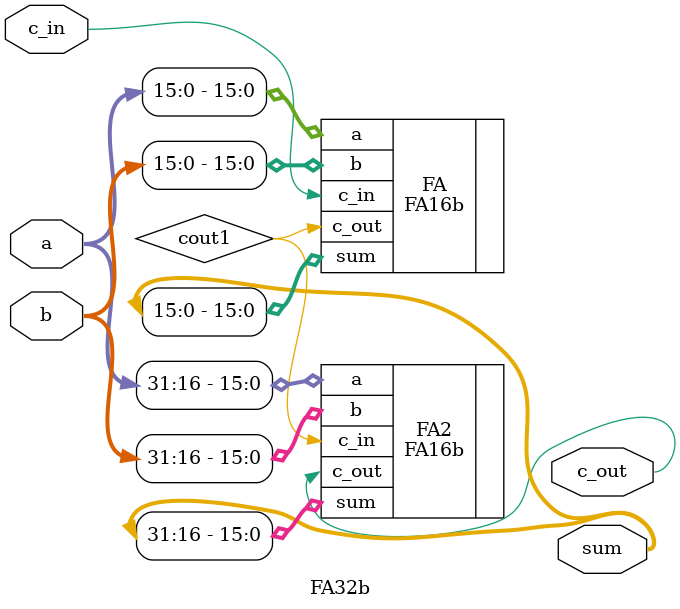
<source format=v>
`timescale 1ns / 1ps

module FA32b(c_out, sum, a, b, c_in);
input[31:0]		a, b; //declare inputs a, b and c_in, 1 bit each
input       c_in;
output	c_out;
output[31:0]  sum; //declare outputs c_out and sum, 1 bit each

wire        cout1,cout2,cout3;
    	FA16b FA (
		.c_out(cout1), 
		.sum(sum[15:0]), 
		.a(a[15:0]), 
		.b(b[15:0]), 
		.c_in(c_in)
	);	
	FA16b FA2 (
		.c_out(c_out), 
		.sum(sum[31:16]), 
		.a(a[31:16]), 
		.b(b[31:16]), 
		.c_in(cout1)
	);	

endmodule

</source>
